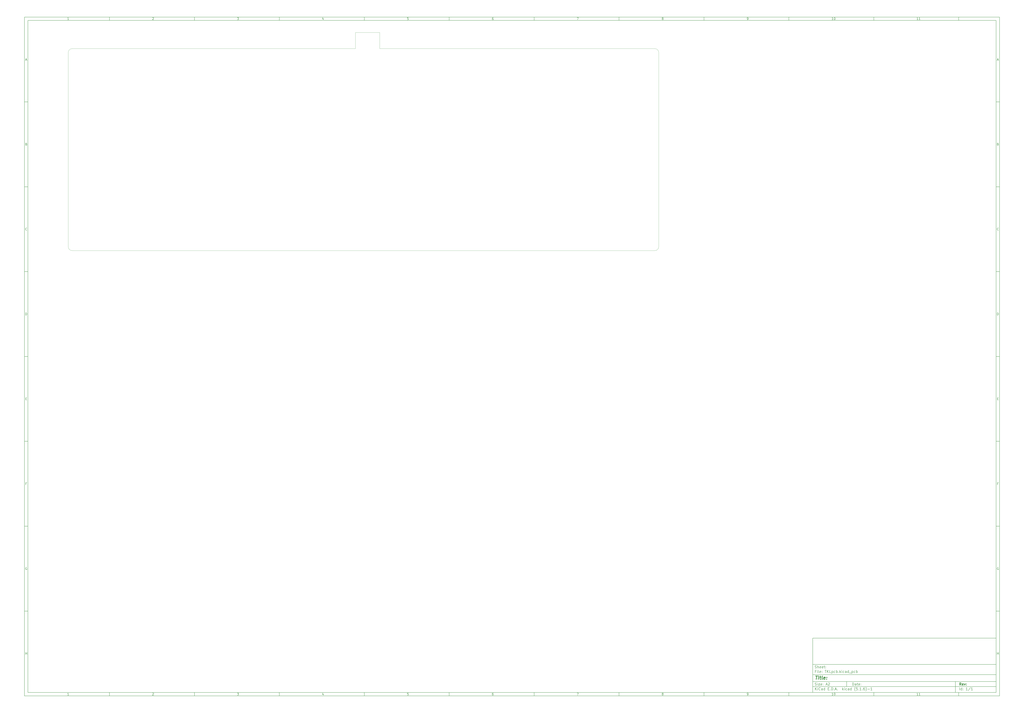
<source format=gbr>
%TF.GenerationSoftware,KiCad,Pcbnew,(5.1.6)-1*%
%TF.CreationDate,2020-07-25T19:19:23-04:00*%
%TF.ProjectId,TKLpcb,544b4c70-6362-42e6-9b69-6361645f7063,rev?*%
%TF.SameCoordinates,Original*%
%TF.FileFunction,Profile,NP*%
%FSLAX46Y46*%
G04 Gerber Fmt 4.6, Leading zero omitted, Abs format (unit mm)*
G04 Created by KiCad (PCBNEW (5.1.6)-1) date 2020-07-25 19:19:23*
%MOMM*%
%LPD*%
G01*
G04 APERTURE LIST*
%ADD10C,0.100000*%
%ADD11C,0.150000*%
%ADD12C,0.300000*%
%ADD13C,0.400000*%
%TA.AperFunction,Profile*%
%ADD14C,0.050000*%
%TD*%
G04 APERTURE END LIST*
D10*
D11*
X474004400Y-375989000D02*
X474004400Y-407989000D01*
X582004400Y-407989000D01*
X582004400Y-375989000D01*
X474004400Y-375989000D01*
D10*
D11*
X10000000Y-10000000D02*
X10000000Y-409989000D01*
X584004400Y-409989000D01*
X584004400Y-10000000D01*
X10000000Y-10000000D01*
D10*
D11*
X12000000Y-12000000D02*
X12000000Y-407989000D01*
X582004400Y-407989000D01*
X582004400Y-12000000D01*
X12000000Y-12000000D01*
D10*
D11*
X60000000Y-12000000D02*
X60000000Y-10000000D01*
D10*
D11*
X110000000Y-12000000D02*
X110000000Y-10000000D01*
D10*
D11*
X160000000Y-12000000D02*
X160000000Y-10000000D01*
D10*
D11*
X210000000Y-12000000D02*
X210000000Y-10000000D01*
D10*
D11*
X260000000Y-12000000D02*
X260000000Y-10000000D01*
D10*
D11*
X310000000Y-12000000D02*
X310000000Y-10000000D01*
D10*
D11*
X360000000Y-12000000D02*
X360000000Y-10000000D01*
D10*
D11*
X410000000Y-12000000D02*
X410000000Y-10000000D01*
D10*
D11*
X460000000Y-12000000D02*
X460000000Y-10000000D01*
D10*
D11*
X510000000Y-12000000D02*
X510000000Y-10000000D01*
D10*
D11*
X560000000Y-12000000D02*
X560000000Y-10000000D01*
D10*
D11*
X36065476Y-11588095D02*
X35322619Y-11588095D01*
X35694047Y-11588095D02*
X35694047Y-10288095D01*
X35570238Y-10473809D01*
X35446428Y-10597619D01*
X35322619Y-10659523D01*
D10*
D11*
X85322619Y-10411904D02*
X85384523Y-10350000D01*
X85508333Y-10288095D01*
X85817857Y-10288095D01*
X85941666Y-10350000D01*
X86003571Y-10411904D01*
X86065476Y-10535714D01*
X86065476Y-10659523D01*
X86003571Y-10845238D01*
X85260714Y-11588095D01*
X86065476Y-11588095D01*
D10*
D11*
X135260714Y-10288095D02*
X136065476Y-10288095D01*
X135632142Y-10783333D01*
X135817857Y-10783333D01*
X135941666Y-10845238D01*
X136003571Y-10907142D01*
X136065476Y-11030952D01*
X136065476Y-11340476D01*
X136003571Y-11464285D01*
X135941666Y-11526190D01*
X135817857Y-11588095D01*
X135446428Y-11588095D01*
X135322619Y-11526190D01*
X135260714Y-11464285D01*
D10*
D11*
X185941666Y-10721428D02*
X185941666Y-11588095D01*
X185632142Y-10226190D02*
X185322619Y-11154761D01*
X186127380Y-11154761D01*
D10*
D11*
X236003571Y-10288095D02*
X235384523Y-10288095D01*
X235322619Y-10907142D01*
X235384523Y-10845238D01*
X235508333Y-10783333D01*
X235817857Y-10783333D01*
X235941666Y-10845238D01*
X236003571Y-10907142D01*
X236065476Y-11030952D01*
X236065476Y-11340476D01*
X236003571Y-11464285D01*
X235941666Y-11526190D01*
X235817857Y-11588095D01*
X235508333Y-11588095D01*
X235384523Y-11526190D01*
X235322619Y-11464285D01*
D10*
D11*
X285941666Y-10288095D02*
X285694047Y-10288095D01*
X285570238Y-10350000D01*
X285508333Y-10411904D01*
X285384523Y-10597619D01*
X285322619Y-10845238D01*
X285322619Y-11340476D01*
X285384523Y-11464285D01*
X285446428Y-11526190D01*
X285570238Y-11588095D01*
X285817857Y-11588095D01*
X285941666Y-11526190D01*
X286003571Y-11464285D01*
X286065476Y-11340476D01*
X286065476Y-11030952D01*
X286003571Y-10907142D01*
X285941666Y-10845238D01*
X285817857Y-10783333D01*
X285570238Y-10783333D01*
X285446428Y-10845238D01*
X285384523Y-10907142D01*
X285322619Y-11030952D01*
D10*
D11*
X335260714Y-10288095D02*
X336127380Y-10288095D01*
X335570238Y-11588095D01*
D10*
D11*
X385570238Y-10845238D02*
X385446428Y-10783333D01*
X385384523Y-10721428D01*
X385322619Y-10597619D01*
X385322619Y-10535714D01*
X385384523Y-10411904D01*
X385446428Y-10350000D01*
X385570238Y-10288095D01*
X385817857Y-10288095D01*
X385941666Y-10350000D01*
X386003571Y-10411904D01*
X386065476Y-10535714D01*
X386065476Y-10597619D01*
X386003571Y-10721428D01*
X385941666Y-10783333D01*
X385817857Y-10845238D01*
X385570238Y-10845238D01*
X385446428Y-10907142D01*
X385384523Y-10969047D01*
X385322619Y-11092857D01*
X385322619Y-11340476D01*
X385384523Y-11464285D01*
X385446428Y-11526190D01*
X385570238Y-11588095D01*
X385817857Y-11588095D01*
X385941666Y-11526190D01*
X386003571Y-11464285D01*
X386065476Y-11340476D01*
X386065476Y-11092857D01*
X386003571Y-10969047D01*
X385941666Y-10907142D01*
X385817857Y-10845238D01*
D10*
D11*
X435446428Y-11588095D02*
X435694047Y-11588095D01*
X435817857Y-11526190D01*
X435879761Y-11464285D01*
X436003571Y-11278571D01*
X436065476Y-11030952D01*
X436065476Y-10535714D01*
X436003571Y-10411904D01*
X435941666Y-10350000D01*
X435817857Y-10288095D01*
X435570238Y-10288095D01*
X435446428Y-10350000D01*
X435384523Y-10411904D01*
X435322619Y-10535714D01*
X435322619Y-10845238D01*
X435384523Y-10969047D01*
X435446428Y-11030952D01*
X435570238Y-11092857D01*
X435817857Y-11092857D01*
X435941666Y-11030952D01*
X436003571Y-10969047D01*
X436065476Y-10845238D01*
D10*
D11*
X486065476Y-11588095D02*
X485322619Y-11588095D01*
X485694047Y-11588095D02*
X485694047Y-10288095D01*
X485570238Y-10473809D01*
X485446428Y-10597619D01*
X485322619Y-10659523D01*
X486870238Y-10288095D02*
X486994047Y-10288095D01*
X487117857Y-10350000D01*
X487179761Y-10411904D01*
X487241666Y-10535714D01*
X487303571Y-10783333D01*
X487303571Y-11092857D01*
X487241666Y-11340476D01*
X487179761Y-11464285D01*
X487117857Y-11526190D01*
X486994047Y-11588095D01*
X486870238Y-11588095D01*
X486746428Y-11526190D01*
X486684523Y-11464285D01*
X486622619Y-11340476D01*
X486560714Y-11092857D01*
X486560714Y-10783333D01*
X486622619Y-10535714D01*
X486684523Y-10411904D01*
X486746428Y-10350000D01*
X486870238Y-10288095D01*
D10*
D11*
X536065476Y-11588095D02*
X535322619Y-11588095D01*
X535694047Y-11588095D02*
X535694047Y-10288095D01*
X535570238Y-10473809D01*
X535446428Y-10597619D01*
X535322619Y-10659523D01*
X537303571Y-11588095D02*
X536560714Y-11588095D01*
X536932142Y-11588095D02*
X536932142Y-10288095D01*
X536808333Y-10473809D01*
X536684523Y-10597619D01*
X536560714Y-10659523D01*
D10*
D11*
X60000000Y-407989000D02*
X60000000Y-409989000D01*
D10*
D11*
X110000000Y-407989000D02*
X110000000Y-409989000D01*
D10*
D11*
X160000000Y-407989000D02*
X160000000Y-409989000D01*
D10*
D11*
X210000000Y-407989000D02*
X210000000Y-409989000D01*
D10*
D11*
X260000000Y-407989000D02*
X260000000Y-409989000D01*
D10*
D11*
X310000000Y-407989000D02*
X310000000Y-409989000D01*
D10*
D11*
X360000000Y-407989000D02*
X360000000Y-409989000D01*
D10*
D11*
X410000000Y-407989000D02*
X410000000Y-409989000D01*
D10*
D11*
X460000000Y-407989000D02*
X460000000Y-409989000D01*
D10*
D11*
X510000000Y-407989000D02*
X510000000Y-409989000D01*
D10*
D11*
X560000000Y-407989000D02*
X560000000Y-409989000D01*
D10*
D11*
X36065476Y-409577095D02*
X35322619Y-409577095D01*
X35694047Y-409577095D02*
X35694047Y-408277095D01*
X35570238Y-408462809D01*
X35446428Y-408586619D01*
X35322619Y-408648523D01*
D10*
D11*
X85322619Y-408400904D02*
X85384523Y-408339000D01*
X85508333Y-408277095D01*
X85817857Y-408277095D01*
X85941666Y-408339000D01*
X86003571Y-408400904D01*
X86065476Y-408524714D01*
X86065476Y-408648523D01*
X86003571Y-408834238D01*
X85260714Y-409577095D01*
X86065476Y-409577095D01*
D10*
D11*
X135260714Y-408277095D02*
X136065476Y-408277095D01*
X135632142Y-408772333D01*
X135817857Y-408772333D01*
X135941666Y-408834238D01*
X136003571Y-408896142D01*
X136065476Y-409019952D01*
X136065476Y-409329476D01*
X136003571Y-409453285D01*
X135941666Y-409515190D01*
X135817857Y-409577095D01*
X135446428Y-409577095D01*
X135322619Y-409515190D01*
X135260714Y-409453285D01*
D10*
D11*
X185941666Y-408710428D02*
X185941666Y-409577095D01*
X185632142Y-408215190D02*
X185322619Y-409143761D01*
X186127380Y-409143761D01*
D10*
D11*
X236003571Y-408277095D02*
X235384523Y-408277095D01*
X235322619Y-408896142D01*
X235384523Y-408834238D01*
X235508333Y-408772333D01*
X235817857Y-408772333D01*
X235941666Y-408834238D01*
X236003571Y-408896142D01*
X236065476Y-409019952D01*
X236065476Y-409329476D01*
X236003571Y-409453285D01*
X235941666Y-409515190D01*
X235817857Y-409577095D01*
X235508333Y-409577095D01*
X235384523Y-409515190D01*
X235322619Y-409453285D01*
D10*
D11*
X285941666Y-408277095D02*
X285694047Y-408277095D01*
X285570238Y-408339000D01*
X285508333Y-408400904D01*
X285384523Y-408586619D01*
X285322619Y-408834238D01*
X285322619Y-409329476D01*
X285384523Y-409453285D01*
X285446428Y-409515190D01*
X285570238Y-409577095D01*
X285817857Y-409577095D01*
X285941666Y-409515190D01*
X286003571Y-409453285D01*
X286065476Y-409329476D01*
X286065476Y-409019952D01*
X286003571Y-408896142D01*
X285941666Y-408834238D01*
X285817857Y-408772333D01*
X285570238Y-408772333D01*
X285446428Y-408834238D01*
X285384523Y-408896142D01*
X285322619Y-409019952D01*
D10*
D11*
X335260714Y-408277095D02*
X336127380Y-408277095D01*
X335570238Y-409577095D01*
D10*
D11*
X385570238Y-408834238D02*
X385446428Y-408772333D01*
X385384523Y-408710428D01*
X385322619Y-408586619D01*
X385322619Y-408524714D01*
X385384523Y-408400904D01*
X385446428Y-408339000D01*
X385570238Y-408277095D01*
X385817857Y-408277095D01*
X385941666Y-408339000D01*
X386003571Y-408400904D01*
X386065476Y-408524714D01*
X386065476Y-408586619D01*
X386003571Y-408710428D01*
X385941666Y-408772333D01*
X385817857Y-408834238D01*
X385570238Y-408834238D01*
X385446428Y-408896142D01*
X385384523Y-408958047D01*
X385322619Y-409081857D01*
X385322619Y-409329476D01*
X385384523Y-409453285D01*
X385446428Y-409515190D01*
X385570238Y-409577095D01*
X385817857Y-409577095D01*
X385941666Y-409515190D01*
X386003571Y-409453285D01*
X386065476Y-409329476D01*
X386065476Y-409081857D01*
X386003571Y-408958047D01*
X385941666Y-408896142D01*
X385817857Y-408834238D01*
D10*
D11*
X435446428Y-409577095D02*
X435694047Y-409577095D01*
X435817857Y-409515190D01*
X435879761Y-409453285D01*
X436003571Y-409267571D01*
X436065476Y-409019952D01*
X436065476Y-408524714D01*
X436003571Y-408400904D01*
X435941666Y-408339000D01*
X435817857Y-408277095D01*
X435570238Y-408277095D01*
X435446428Y-408339000D01*
X435384523Y-408400904D01*
X435322619Y-408524714D01*
X435322619Y-408834238D01*
X435384523Y-408958047D01*
X435446428Y-409019952D01*
X435570238Y-409081857D01*
X435817857Y-409081857D01*
X435941666Y-409019952D01*
X436003571Y-408958047D01*
X436065476Y-408834238D01*
D10*
D11*
X486065476Y-409577095D02*
X485322619Y-409577095D01*
X485694047Y-409577095D02*
X485694047Y-408277095D01*
X485570238Y-408462809D01*
X485446428Y-408586619D01*
X485322619Y-408648523D01*
X486870238Y-408277095D02*
X486994047Y-408277095D01*
X487117857Y-408339000D01*
X487179761Y-408400904D01*
X487241666Y-408524714D01*
X487303571Y-408772333D01*
X487303571Y-409081857D01*
X487241666Y-409329476D01*
X487179761Y-409453285D01*
X487117857Y-409515190D01*
X486994047Y-409577095D01*
X486870238Y-409577095D01*
X486746428Y-409515190D01*
X486684523Y-409453285D01*
X486622619Y-409329476D01*
X486560714Y-409081857D01*
X486560714Y-408772333D01*
X486622619Y-408524714D01*
X486684523Y-408400904D01*
X486746428Y-408339000D01*
X486870238Y-408277095D01*
D10*
D11*
X536065476Y-409577095D02*
X535322619Y-409577095D01*
X535694047Y-409577095D02*
X535694047Y-408277095D01*
X535570238Y-408462809D01*
X535446428Y-408586619D01*
X535322619Y-408648523D01*
X537303571Y-409577095D02*
X536560714Y-409577095D01*
X536932142Y-409577095D02*
X536932142Y-408277095D01*
X536808333Y-408462809D01*
X536684523Y-408586619D01*
X536560714Y-408648523D01*
D10*
D11*
X10000000Y-60000000D02*
X12000000Y-60000000D01*
D10*
D11*
X10000000Y-110000000D02*
X12000000Y-110000000D01*
D10*
D11*
X10000000Y-160000000D02*
X12000000Y-160000000D01*
D10*
D11*
X10000000Y-210000000D02*
X12000000Y-210000000D01*
D10*
D11*
X10000000Y-260000000D02*
X12000000Y-260000000D01*
D10*
D11*
X10000000Y-310000000D02*
X12000000Y-310000000D01*
D10*
D11*
X10000000Y-360000000D02*
X12000000Y-360000000D01*
D10*
D11*
X10690476Y-35216666D02*
X11309523Y-35216666D01*
X10566666Y-35588095D02*
X11000000Y-34288095D01*
X11433333Y-35588095D01*
D10*
D11*
X11092857Y-84907142D02*
X11278571Y-84969047D01*
X11340476Y-85030952D01*
X11402380Y-85154761D01*
X11402380Y-85340476D01*
X11340476Y-85464285D01*
X11278571Y-85526190D01*
X11154761Y-85588095D01*
X10659523Y-85588095D01*
X10659523Y-84288095D01*
X11092857Y-84288095D01*
X11216666Y-84350000D01*
X11278571Y-84411904D01*
X11340476Y-84535714D01*
X11340476Y-84659523D01*
X11278571Y-84783333D01*
X11216666Y-84845238D01*
X11092857Y-84907142D01*
X10659523Y-84907142D01*
D10*
D11*
X11402380Y-135464285D02*
X11340476Y-135526190D01*
X11154761Y-135588095D01*
X11030952Y-135588095D01*
X10845238Y-135526190D01*
X10721428Y-135402380D01*
X10659523Y-135278571D01*
X10597619Y-135030952D01*
X10597619Y-134845238D01*
X10659523Y-134597619D01*
X10721428Y-134473809D01*
X10845238Y-134350000D01*
X11030952Y-134288095D01*
X11154761Y-134288095D01*
X11340476Y-134350000D01*
X11402380Y-134411904D01*
D10*
D11*
X10659523Y-185588095D02*
X10659523Y-184288095D01*
X10969047Y-184288095D01*
X11154761Y-184350000D01*
X11278571Y-184473809D01*
X11340476Y-184597619D01*
X11402380Y-184845238D01*
X11402380Y-185030952D01*
X11340476Y-185278571D01*
X11278571Y-185402380D01*
X11154761Y-185526190D01*
X10969047Y-185588095D01*
X10659523Y-185588095D01*
D10*
D11*
X10721428Y-234907142D02*
X11154761Y-234907142D01*
X11340476Y-235588095D02*
X10721428Y-235588095D01*
X10721428Y-234288095D01*
X11340476Y-234288095D01*
D10*
D11*
X11185714Y-284907142D02*
X10752380Y-284907142D01*
X10752380Y-285588095D02*
X10752380Y-284288095D01*
X11371428Y-284288095D01*
D10*
D11*
X11340476Y-334350000D02*
X11216666Y-334288095D01*
X11030952Y-334288095D01*
X10845238Y-334350000D01*
X10721428Y-334473809D01*
X10659523Y-334597619D01*
X10597619Y-334845238D01*
X10597619Y-335030952D01*
X10659523Y-335278571D01*
X10721428Y-335402380D01*
X10845238Y-335526190D01*
X11030952Y-335588095D01*
X11154761Y-335588095D01*
X11340476Y-335526190D01*
X11402380Y-335464285D01*
X11402380Y-335030952D01*
X11154761Y-335030952D01*
D10*
D11*
X10628571Y-385588095D02*
X10628571Y-384288095D01*
X10628571Y-384907142D02*
X11371428Y-384907142D01*
X11371428Y-385588095D02*
X11371428Y-384288095D01*
D10*
D11*
X584004400Y-60000000D02*
X582004400Y-60000000D01*
D10*
D11*
X584004400Y-110000000D02*
X582004400Y-110000000D01*
D10*
D11*
X584004400Y-160000000D02*
X582004400Y-160000000D01*
D10*
D11*
X584004400Y-210000000D02*
X582004400Y-210000000D01*
D10*
D11*
X584004400Y-260000000D02*
X582004400Y-260000000D01*
D10*
D11*
X584004400Y-310000000D02*
X582004400Y-310000000D01*
D10*
D11*
X584004400Y-360000000D02*
X582004400Y-360000000D01*
D10*
D11*
X582694876Y-35216666D02*
X583313923Y-35216666D01*
X582571066Y-35588095D02*
X583004400Y-34288095D01*
X583437733Y-35588095D01*
D10*
D11*
X583097257Y-84907142D02*
X583282971Y-84969047D01*
X583344876Y-85030952D01*
X583406780Y-85154761D01*
X583406780Y-85340476D01*
X583344876Y-85464285D01*
X583282971Y-85526190D01*
X583159161Y-85588095D01*
X582663923Y-85588095D01*
X582663923Y-84288095D01*
X583097257Y-84288095D01*
X583221066Y-84350000D01*
X583282971Y-84411904D01*
X583344876Y-84535714D01*
X583344876Y-84659523D01*
X583282971Y-84783333D01*
X583221066Y-84845238D01*
X583097257Y-84907142D01*
X582663923Y-84907142D01*
D10*
D11*
X583406780Y-135464285D02*
X583344876Y-135526190D01*
X583159161Y-135588095D01*
X583035352Y-135588095D01*
X582849638Y-135526190D01*
X582725828Y-135402380D01*
X582663923Y-135278571D01*
X582602019Y-135030952D01*
X582602019Y-134845238D01*
X582663923Y-134597619D01*
X582725828Y-134473809D01*
X582849638Y-134350000D01*
X583035352Y-134288095D01*
X583159161Y-134288095D01*
X583344876Y-134350000D01*
X583406780Y-134411904D01*
D10*
D11*
X582663923Y-185588095D02*
X582663923Y-184288095D01*
X582973447Y-184288095D01*
X583159161Y-184350000D01*
X583282971Y-184473809D01*
X583344876Y-184597619D01*
X583406780Y-184845238D01*
X583406780Y-185030952D01*
X583344876Y-185278571D01*
X583282971Y-185402380D01*
X583159161Y-185526190D01*
X582973447Y-185588095D01*
X582663923Y-185588095D01*
D10*
D11*
X582725828Y-234907142D02*
X583159161Y-234907142D01*
X583344876Y-235588095D02*
X582725828Y-235588095D01*
X582725828Y-234288095D01*
X583344876Y-234288095D01*
D10*
D11*
X583190114Y-284907142D02*
X582756780Y-284907142D01*
X582756780Y-285588095D02*
X582756780Y-284288095D01*
X583375828Y-284288095D01*
D10*
D11*
X583344876Y-334350000D02*
X583221066Y-334288095D01*
X583035352Y-334288095D01*
X582849638Y-334350000D01*
X582725828Y-334473809D01*
X582663923Y-334597619D01*
X582602019Y-334845238D01*
X582602019Y-335030952D01*
X582663923Y-335278571D01*
X582725828Y-335402380D01*
X582849638Y-335526190D01*
X583035352Y-335588095D01*
X583159161Y-335588095D01*
X583344876Y-335526190D01*
X583406780Y-335464285D01*
X583406780Y-335030952D01*
X583159161Y-335030952D01*
D10*
D11*
X582632971Y-385588095D02*
X582632971Y-384288095D01*
X582632971Y-384907142D02*
X583375828Y-384907142D01*
X583375828Y-385588095D02*
X583375828Y-384288095D01*
D10*
D11*
X497436542Y-403767571D02*
X497436542Y-402267571D01*
X497793685Y-402267571D01*
X498007971Y-402339000D01*
X498150828Y-402481857D01*
X498222257Y-402624714D01*
X498293685Y-402910428D01*
X498293685Y-403124714D01*
X498222257Y-403410428D01*
X498150828Y-403553285D01*
X498007971Y-403696142D01*
X497793685Y-403767571D01*
X497436542Y-403767571D01*
X499579400Y-403767571D02*
X499579400Y-402981857D01*
X499507971Y-402839000D01*
X499365114Y-402767571D01*
X499079400Y-402767571D01*
X498936542Y-402839000D01*
X499579400Y-403696142D02*
X499436542Y-403767571D01*
X499079400Y-403767571D01*
X498936542Y-403696142D01*
X498865114Y-403553285D01*
X498865114Y-403410428D01*
X498936542Y-403267571D01*
X499079400Y-403196142D01*
X499436542Y-403196142D01*
X499579400Y-403124714D01*
X500079400Y-402767571D02*
X500650828Y-402767571D01*
X500293685Y-402267571D02*
X500293685Y-403553285D01*
X500365114Y-403696142D01*
X500507971Y-403767571D01*
X500650828Y-403767571D01*
X501722257Y-403696142D02*
X501579400Y-403767571D01*
X501293685Y-403767571D01*
X501150828Y-403696142D01*
X501079400Y-403553285D01*
X501079400Y-402981857D01*
X501150828Y-402839000D01*
X501293685Y-402767571D01*
X501579400Y-402767571D01*
X501722257Y-402839000D01*
X501793685Y-402981857D01*
X501793685Y-403124714D01*
X501079400Y-403267571D01*
X502436542Y-403624714D02*
X502507971Y-403696142D01*
X502436542Y-403767571D01*
X502365114Y-403696142D01*
X502436542Y-403624714D01*
X502436542Y-403767571D01*
X502436542Y-402839000D02*
X502507971Y-402910428D01*
X502436542Y-402981857D01*
X502365114Y-402910428D01*
X502436542Y-402839000D01*
X502436542Y-402981857D01*
D10*
D11*
X474004400Y-404489000D02*
X582004400Y-404489000D01*
D10*
D11*
X475436542Y-406567571D02*
X475436542Y-405067571D01*
X476293685Y-406567571D02*
X475650828Y-405710428D01*
X476293685Y-405067571D02*
X475436542Y-405924714D01*
X476936542Y-406567571D02*
X476936542Y-405567571D01*
X476936542Y-405067571D02*
X476865114Y-405139000D01*
X476936542Y-405210428D01*
X477007971Y-405139000D01*
X476936542Y-405067571D01*
X476936542Y-405210428D01*
X478507971Y-406424714D02*
X478436542Y-406496142D01*
X478222257Y-406567571D01*
X478079400Y-406567571D01*
X477865114Y-406496142D01*
X477722257Y-406353285D01*
X477650828Y-406210428D01*
X477579400Y-405924714D01*
X477579400Y-405710428D01*
X477650828Y-405424714D01*
X477722257Y-405281857D01*
X477865114Y-405139000D01*
X478079400Y-405067571D01*
X478222257Y-405067571D01*
X478436542Y-405139000D01*
X478507971Y-405210428D01*
X479793685Y-406567571D02*
X479793685Y-405781857D01*
X479722257Y-405639000D01*
X479579400Y-405567571D01*
X479293685Y-405567571D01*
X479150828Y-405639000D01*
X479793685Y-406496142D02*
X479650828Y-406567571D01*
X479293685Y-406567571D01*
X479150828Y-406496142D01*
X479079400Y-406353285D01*
X479079400Y-406210428D01*
X479150828Y-406067571D01*
X479293685Y-405996142D01*
X479650828Y-405996142D01*
X479793685Y-405924714D01*
X481150828Y-406567571D02*
X481150828Y-405067571D01*
X481150828Y-406496142D02*
X481007971Y-406567571D01*
X480722257Y-406567571D01*
X480579400Y-406496142D01*
X480507971Y-406424714D01*
X480436542Y-406281857D01*
X480436542Y-405853285D01*
X480507971Y-405710428D01*
X480579400Y-405639000D01*
X480722257Y-405567571D01*
X481007971Y-405567571D01*
X481150828Y-405639000D01*
X483007971Y-405781857D02*
X483507971Y-405781857D01*
X483722257Y-406567571D02*
X483007971Y-406567571D01*
X483007971Y-405067571D01*
X483722257Y-405067571D01*
X484365114Y-406424714D02*
X484436542Y-406496142D01*
X484365114Y-406567571D01*
X484293685Y-406496142D01*
X484365114Y-406424714D01*
X484365114Y-406567571D01*
X485079400Y-406567571D02*
X485079400Y-405067571D01*
X485436542Y-405067571D01*
X485650828Y-405139000D01*
X485793685Y-405281857D01*
X485865114Y-405424714D01*
X485936542Y-405710428D01*
X485936542Y-405924714D01*
X485865114Y-406210428D01*
X485793685Y-406353285D01*
X485650828Y-406496142D01*
X485436542Y-406567571D01*
X485079400Y-406567571D01*
X486579400Y-406424714D02*
X486650828Y-406496142D01*
X486579400Y-406567571D01*
X486507971Y-406496142D01*
X486579400Y-406424714D01*
X486579400Y-406567571D01*
X487222257Y-406139000D02*
X487936542Y-406139000D01*
X487079400Y-406567571D02*
X487579400Y-405067571D01*
X488079400Y-406567571D01*
X488579400Y-406424714D02*
X488650828Y-406496142D01*
X488579400Y-406567571D01*
X488507971Y-406496142D01*
X488579400Y-406424714D01*
X488579400Y-406567571D01*
X491579400Y-406567571D02*
X491579400Y-405067571D01*
X491722257Y-405996142D02*
X492150828Y-406567571D01*
X492150828Y-405567571D02*
X491579400Y-406139000D01*
X492793685Y-406567571D02*
X492793685Y-405567571D01*
X492793685Y-405067571D02*
X492722257Y-405139000D01*
X492793685Y-405210428D01*
X492865114Y-405139000D01*
X492793685Y-405067571D01*
X492793685Y-405210428D01*
X494150828Y-406496142D02*
X494007971Y-406567571D01*
X493722257Y-406567571D01*
X493579400Y-406496142D01*
X493507971Y-406424714D01*
X493436542Y-406281857D01*
X493436542Y-405853285D01*
X493507971Y-405710428D01*
X493579400Y-405639000D01*
X493722257Y-405567571D01*
X494007971Y-405567571D01*
X494150828Y-405639000D01*
X495436542Y-406567571D02*
X495436542Y-405781857D01*
X495365114Y-405639000D01*
X495222257Y-405567571D01*
X494936542Y-405567571D01*
X494793685Y-405639000D01*
X495436542Y-406496142D02*
X495293685Y-406567571D01*
X494936542Y-406567571D01*
X494793685Y-406496142D01*
X494722257Y-406353285D01*
X494722257Y-406210428D01*
X494793685Y-406067571D01*
X494936542Y-405996142D01*
X495293685Y-405996142D01*
X495436542Y-405924714D01*
X496793685Y-406567571D02*
X496793685Y-405067571D01*
X496793685Y-406496142D02*
X496650828Y-406567571D01*
X496365114Y-406567571D01*
X496222257Y-406496142D01*
X496150828Y-406424714D01*
X496079400Y-406281857D01*
X496079400Y-405853285D01*
X496150828Y-405710428D01*
X496222257Y-405639000D01*
X496365114Y-405567571D01*
X496650828Y-405567571D01*
X496793685Y-405639000D01*
X499079400Y-407139000D02*
X499007971Y-407067571D01*
X498865114Y-406853285D01*
X498793685Y-406710428D01*
X498722257Y-406496142D01*
X498650828Y-406139000D01*
X498650828Y-405853285D01*
X498722257Y-405496142D01*
X498793685Y-405281857D01*
X498865114Y-405139000D01*
X499007971Y-404924714D01*
X499079400Y-404853285D01*
X500365114Y-405067571D02*
X499650828Y-405067571D01*
X499579400Y-405781857D01*
X499650828Y-405710428D01*
X499793685Y-405639000D01*
X500150828Y-405639000D01*
X500293685Y-405710428D01*
X500365114Y-405781857D01*
X500436542Y-405924714D01*
X500436542Y-406281857D01*
X500365114Y-406424714D01*
X500293685Y-406496142D01*
X500150828Y-406567571D01*
X499793685Y-406567571D01*
X499650828Y-406496142D01*
X499579400Y-406424714D01*
X501079400Y-406424714D02*
X501150828Y-406496142D01*
X501079400Y-406567571D01*
X501007971Y-406496142D01*
X501079400Y-406424714D01*
X501079400Y-406567571D01*
X502579400Y-406567571D02*
X501722257Y-406567571D01*
X502150828Y-406567571D02*
X502150828Y-405067571D01*
X502007971Y-405281857D01*
X501865114Y-405424714D01*
X501722257Y-405496142D01*
X503222257Y-406424714D02*
X503293685Y-406496142D01*
X503222257Y-406567571D01*
X503150828Y-406496142D01*
X503222257Y-406424714D01*
X503222257Y-406567571D01*
X504579400Y-405067571D02*
X504293685Y-405067571D01*
X504150828Y-405139000D01*
X504079400Y-405210428D01*
X503936542Y-405424714D01*
X503865114Y-405710428D01*
X503865114Y-406281857D01*
X503936542Y-406424714D01*
X504007971Y-406496142D01*
X504150828Y-406567571D01*
X504436542Y-406567571D01*
X504579400Y-406496142D01*
X504650828Y-406424714D01*
X504722257Y-406281857D01*
X504722257Y-405924714D01*
X504650828Y-405781857D01*
X504579400Y-405710428D01*
X504436542Y-405639000D01*
X504150828Y-405639000D01*
X504007971Y-405710428D01*
X503936542Y-405781857D01*
X503865114Y-405924714D01*
X505222257Y-407139000D02*
X505293685Y-407067571D01*
X505436542Y-406853285D01*
X505507971Y-406710428D01*
X505579400Y-406496142D01*
X505650828Y-406139000D01*
X505650828Y-405853285D01*
X505579400Y-405496142D01*
X505507971Y-405281857D01*
X505436542Y-405139000D01*
X505293685Y-404924714D01*
X505222257Y-404853285D01*
X506365114Y-405996142D02*
X507507971Y-405996142D01*
X509007971Y-406567571D02*
X508150828Y-406567571D01*
X508579400Y-406567571D02*
X508579400Y-405067571D01*
X508436542Y-405281857D01*
X508293685Y-405424714D01*
X508150828Y-405496142D01*
D10*
D11*
X474004400Y-401489000D02*
X582004400Y-401489000D01*
D10*
D12*
X561413685Y-403767571D02*
X560913685Y-403053285D01*
X560556542Y-403767571D02*
X560556542Y-402267571D01*
X561127971Y-402267571D01*
X561270828Y-402339000D01*
X561342257Y-402410428D01*
X561413685Y-402553285D01*
X561413685Y-402767571D01*
X561342257Y-402910428D01*
X561270828Y-402981857D01*
X561127971Y-403053285D01*
X560556542Y-403053285D01*
X562627971Y-403696142D02*
X562485114Y-403767571D01*
X562199400Y-403767571D01*
X562056542Y-403696142D01*
X561985114Y-403553285D01*
X561985114Y-402981857D01*
X562056542Y-402839000D01*
X562199400Y-402767571D01*
X562485114Y-402767571D01*
X562627971Y-402839000D01*
X562699400Y-402981857D01*
X562699400Y-403124714D01*
X561985114Y-403267571D01*
X563199400Y-402767571D02*
X563556542Y-403767571D01*
X563913685Y-402767571D01*
X564485114Y-403624714D02*
X564556542Y-403696142D01*
X564485114Y-403767571D01*
X564413685Y-403696142D01*
X564485114Y-403624714D01*
X564485114Y-403767571D01*
X564485114Y-402839000D02*
X564556542Y-402910428D01*
X564485114Y-402981857D01*
X564413685Y-402910428D01*
X564485114Y-402839000D01*
X564485114Y-402981857D01*
D10*
D11*
X475365114Y-403696142D02*
X475579400Y-403767571D01*
X475936542Y-403767571D01*
X476079400Y-403696142D01*
X476150828Y-403624714D01*
X476222257Y-403481857D01*
X476222257Y-403339000D01*
X476150828Y-403196142D01*
X476079400Y-403124714D01*
X475936542Y-403053285D01*
X475650828Y-402981857D01*
X475507971Y-402910428D01*
X475436542Y-402839000D01*
X475365114Y-402696142D01*
X475365114Y-402553285D01*
X475436542Y-402410428D01*
X475507971Y-402339000D01*
X475650828Y-402267571D01*
X476007971Y-402267571D01*
X476222257Y-402339000D01*
X476865114Y-403767571D02*
X476865114Y-402767571D01*
X476865114Y-402267571D02*
X476793685Y-402339000D01*
X476865114Y-402410428D01*
X476936542Y-402339000D01*
X476865114Y-402267571D01*
X476865114Y-402410428D01*
X477436542Y-402767571D02*
X478222257Y-402767571D01*
X477436542Y-403767571D01*
X478222257Y-403767571D01*
X479365114Y-403696142D02*
X479222257Y-403767571D01*
X478936542Y-403767571D01*
X478793685Y-403696142D01*
X478722257Y-403553285D01*
X478722257Y-402981857D01*
X478793685Y-402839000D01*
X478936542Y-402767571D01*
X479222257Y-402767571D01*
X479365114Y-402839000D01*
X479436542Y-402981857D01*
X479436542Y-403124714D01*
X478722257Y-403267571D01*
X480079400Y-403624714D02*
X480150828Y-403696142D01*
X480079400Y-403767571D01*
X480007971Y-403696142D01*
X480079400Y-403624714D01*
X480079400Y-403767571D01*
X480079400Y-402839000D02*
X480150828Y-402910428D01*
X480079400Y-402981857D01*
X480007971Y-402910428D01*
X480079400Y-402839000D01*
X480079400Y-402981857D01*
X481865114Y-403339000D02*
X482579400Y-403339000D01*
X481722257Y-403767571D02*
X482222257Y-402267571D01*
X482722257Y-403767571D01*
X483150828Y-402410428D02*
X483222257Y-402339000D01*
X483365114Y-402267571D01*
X483722257Y-402267571D01*
X483865114Y-402339000D01*
X483936542Y-402410428D01*
X484007971Y-402553285D01*
X484007971Y-402696142D01*
X483936542Y-402910428D01*
X483079400Y-403767571D01*
X484007971Y-403767571D01*
D10*
D11*
X560436542Y-406567571D02*
X560436542Y-405067571D01*
X561793685Y-406567571D02*
X561793685Y-405067571D01*
X561793685Y-406496142D02*
X561650828Y-406567571D01*
X561365114Y-406567571D01*
X561222257Y-406496142D01*
X561150828Y-406424714D01*
X561079400Y-406281857D01*
X561079400Y-405853285D01*
X561150828Y-405710428D01*
X561222257Y-405639000D01*
X561365114Y-405567571D01*
X561650828Y-405567571D01*
X561793685Y-405639000D01*
X562507971Y-406424714D02*
X562579400Y-406496142D01*
X562507971Y-406567571D01*
X562436542Y-406496142D01*
X562507971Y-406424714D01*
X562507971Y-406567571D01*
X562507971Y-405639000D02*
X562579400Y-405710428D01*
X562507971Y-405781857D01*
X562436542Y-405710428D01*
X562507971Y-405639000D01*
X562507971Y-405781857D01*
X565150828Y-406567571D02*
X564293685Y-406567571D01*
X564722257Y-406567571D02*
X564722257Y-405067571D01*
X564579400Y-405281857D01*
X564436542Y-405424714D01*
X564293685Y-405496142D01*
X566865114Y-404996142D02*
X565579400Y-406924714D01*
X568150828Y-406567571D02*
X567293685Y-406567571D01*
X567722257Y-406567571D02*
X567722257Y-405067571D01*
X567579400Y-405281857D01*
X567436542Y-405424714D01*
X567293685Y-405496142D01*
D10*
D11*
X474004400Y-397489000D02*
X582004400Y-397489000D01*
D10*
D13*
X475716780Y-398193761D02*
X476859638Y-398193761D01*
X476038209Y-400193761D02*
X476288209Y-398193761D01*
X477276304Y-400193761D02*
X477442971Y-398860428D01*
X477526304Y-398193761D02*
X477419161Y-398289000D01*
X477502495Y-398384238D01*
X477609638Y-398289000D01*
X477526304Y-398193761D01*
X477502495Y-398384238D01*
X478109638Y-398860428D02*
X478871542Y-398860428D01*
X478478685Y-398193761D02*
X478264400Y-399908047D01*
X478335828Y-400098523D01*
X478514400Y-400193761D01*
X478704876Y-400193761D01*
X479657257Y-400193761D02*
X479478685Y-400098523D01*
X479407257Y-399908047D01*
X479621542Y-398193761D01*
X481192971Y-400098523D02*
X480990590Y-400193761D01*
X480609638Y-400193761D01*
X480431066Y-400098523D01*
X480359638Y-399908047D01*
X480454876Y-399146142D01*
X480573923Y-398955666D01*
X480776304Y-398860428D01*
X481157257Y-398860428D01*
X481335828Y-398955666D01*
X481407257Y-399146142D01*
X481383447Y-399336619D01*
X480407257Y-399527095D01*
X482157257Y-400003285D02*
X482240590Y-400098523D01*
X482133447Y-400193761D01*
X482050114Y-400098523D01*
X482157257Y-400003285D01*
X482133447Y-400193761D01*
X482288209Y-398955666D02*
X482371542Y-399050904D01*
X482264400Y-399146142D01*
X482181066Y-399050904D01*
X482288209Y-398955666D01*
X482264400Y-399146142D01*
D10*
D11*
X475936542Y-395581857D02*
X475436542Y-395581857D01*
X475436542Y-396367571D02*
X475436542Y-394867571D01*
X476150828Y-394867571D01*
X476722257Y-396367571D02*
X476722257Y-395367571D01*
X476722257Y-394867571D02*
X476650828Y-394939000D01*
X476722257Y-395010428D01*
X476793685Y-394939000D01*
X476722257Y-394867571D01*
X476722257Y-395010428D01*
X477650828Y-396367571D02*
X477507971Y-396296142D01*
X477436542Y-396153285D01*
X477436542Y-394867571D01*
X478793685Y-396296142D02*
X478650828Y-396367571D01*
X478365114Y-396367571D01*
X478222257Y-396296142D01*
X478150828Y-396153285D01*
X478150828Y-395581857D01*
X478222257Y-395439000D01*
X478365114Y-395367571D01*
X478650828Y-395367571D01*
X478793685Y-395439000D01*
X478865114Y-395581857D01*
X478865114Y-395724714D01*
X478150828Y-395867571D01*
X479507971Y-396224714D02*
X479579400Y-396296142D01*
X479507971Y-396367571D01*
X479436542Y-396296142D01*
X479507971Y-396224714D01*
X479507971Y-396367571D01*
X479507971Y-395439000D02*
X479579400Y-395510428D01*
X479507971Y-395581857D01*
X479436542Y-395510428D01*
X479507971Y-395439000D01*
X479507971Y-395581857D01*
X481150828Y-394867571D02*
X482007971Y-394867571D01*
X481579400Y-396367571D02*
X481579400Y-394867571D01*
X482507971Y-396367571D02*
X482507971Y-394867571D01*
X483365114Y-396367571D02*
X482722257Y-395510428D01*
X483365114Y-394867571D02*
X482507971Y-395724714D01*
X484722257Y-396367571D02*
X484007971Y-396367571D01*
X484007971Y-394867571D01*
X485222257Y-395367571D02*
X485222257Y-396867571D01*
X485222257Y-395439000D02*
X485365114Y-395367571D01*
X485650828Y-395367571D01*
X485793685Y-395439000D01*
X485865114Y-395510428D01*
X485936542Y-395653285D01*
X485936542Y-396081857D01*
X485865114Y-396224714D01*
X485793685Y-396296142D01*
X485650828Y-396367571D01*
X485365114Y-396367571D01*
X485222257Y-396296142D01*
X487222257Y-396296142D02*
X487079400Y-396367571D01*
X486793685Y-396367571D01*
X486650828Y-396296142D01*
X486579400Y-396224714D01*
X486507971Y-396081857D01*
X486507971Y-395653285D01*
X486579400Y-395510428D01*
X486650828Y-395439000D01*
X486793685Y-395367571D01*
X487079400Y-395367571D01*
X487222257Y-395439000D01*
X487865114Y-396367571D02*
X487865114Y-394867571D01*
X487865114Y-395439000D02*
X488007971Y-395367571D01*
X488293685Y-395367571D01*
X488436542Y-395439000D01*
X488507971Y-395510428D01*
X488579400Y-395653285D01*
X488579400Y-396081857D01*
X488507971Y-396224714D01*
X488436542Y-396296142D01*
X488293685Y-396367571D01*
X488007971Y-396367571D01*
X487865114Y-396296142D01*
X489222257Y-396224714D02*
X489293685Y-396296142D01*
X489222257Y-396367571D01*
X489150828Y-396296142D01*
X489222257Y-396224714D01*
X489222257Y-396367571D01*
X489936542Y-396367571D02*
X489936542Y-394867571D01*
X490079400Y-395796142D02*
X490507971Y-396367571D01*
X490507971Y-395367571D02*
X489936542Y-395939000D01*
X491150828Y-396367571D02*
X491150828Y-395367571D01*
X491150828Y-394867571D02*
X491079400Y-394939000D01*
X491150828Y-395010428D01*
X491222257Y-394939000D01*
X491150828Y-394867571D01*
X491150828Y-395010428D01*
X492507971Y-396296142D02*
X492365114Y-396367571D01*
X492079400Y-396367571D01*
X491936542Y-396296142D01*
X491865114Y-396224714D01*
X491793685Y-396081857D01*
X491793685Y-395653285D01*
X491865114Y-395510428D01*
X491936542Y-395439000D01*
X492079400Y-395367571D01*
X492365114Y-395367571D01*
X492507971Y-395439000D01*
X493793685Y-396367571D02*
X493793685Y-395581857D01*
X493722257Y-395439000D01*
X493579400Y-395367571D01*
X493293685Y-395367571D01*
X493150828Y-395439000D01*
X493793685Y-396296142D02*
X493650828Y-396367571D01*
X493293685Y-396367571D01*
X493150828Y-396296142D01*
X493079400Y-396153285D01*
X493079400Y-396010428D01*
X493150828Y-395867571D01*
X493293685Y-395796142D01*
X493650828Y-395796142D01*
X493793685Y-395724714D01*
X495150828Y-396367571D02*
X495150828Y-394867571D01*
X495150828Y-396296142D02*
X495007971Y-396367571D01*
X494722257Y-396367571D01*
X494579400Y-396296142D01*
X494507971Y-396224714D01*
X494436542Y-396081857D01*
X494436542Y-395653285D01*
X494507971Y-395510428D01*
X494579400Y-395439000D01*
X494722257Y-395367571D01*
X495007971Y-395367571D01*
X495150828Y-395439000D01*
X495507971Y-396510428D02*
X496650828Y-396510428D01*
X497007971Y-395367571D02*
X497007971Y-396867571D01*
X497007971Y-395439000D02*
X497150828Y-395367571D01*
X497436542Y-395367571D01*
X497579400Y-395439000D01*
X497650828Y-395510428D01*
X497722257Y-395653285D01*
X497722257Y-396081857D01*
X497650828Y-396224714D01*
X497579400Y-396296142D01*
X497436542Y-396367571D01*
X497150828Y-396367571D01*
X497007971Y-396296142D01*
X499007971Y-396296142D02*
X498865114Y-396367571D01*
X498579400Y-396367571D01*
X498436542Y-396296142D01*
X498365114Y-396224714D01*
X498293685Y-396081857D01*
X498293685Y-395653285D01*
X498365114Y-395510428D01*
X498436542Y-395439000D01*
X498579400Y-395367571D01*
X498865114Y-395367571D01*
X499007971Y-395439000D01*
X499650828Y-396367571D02*
X499650828Y-394867571D01*
X499650828Y-395439000D02*
X499793685Y-395367571D01*
X500079400Y-395367571D01*
X500222257Y-395439000D01*
X500293685Y-395510428D01*
X500365114Y-395653285D01*
X500365114Y-396081857D01*
X500293685Y-396224714D01*
X500222257Y-396296142D01*
X500079400Y-396367571D01*
X499793685Y-396367571D01*
X499650828Y-396296142D01*
D10*
D11*
X474004400Y-391489000D02*
X582004400Y-391489000D01*
D10*
D11*
X475365114Y-393596142D02*
X475579400Y-393667571D01*
X475936542Y-393667571D01*
X476079400Y-393596142D01*
X476150828Y-393524714D01*
X476222257Y-393381857D01*
X476222257Y-393239000D01*
X476150828Y-393096142D01*
X476079400Y-393024714D01*
X475936542Y-392953285D01*
X475650828Y-392881857D01*
X475507971Y-392810428D01*
X475436542Y-392739000D01*
X475365114Y-392596142D01*
X475365114Y-392453285D01*
X475436542Y-392310428D01*
X475507971Y-392239000D01*
X475650828Y-392167571D01*
X476007971Y-392167571D01*
X476222257Y-392239000D01*
X476865114Y-393667571D02*
X476865114Y-392167571D01*
X477507971Y-393667571D02*
X477507971Y-392881857D01*
X477436542Y-392739000D01*
X477293685Y-392667571D01*
X477079400Y-392667571D01*
X476936542Y-392739000D01*
X476865114Y-392810428D01*
X478793685Y-393596142D02*
X478650828Y-393667571D01*
X478365114Y-393667571D01*
X478222257Y-393596142D01*
X478150828Y-393453285D01*
X478150828Y-392881857D01*
X478222257Y-392739000D01*
X478365114Y-392667571D01*
X478650828Y-392667571D01*
X478793685Y-392739000D01*
X478865114Y-392881857D01*
X478865114Y-393024714D01*
X478150828Y-393167571D01*
X480079400Y-393596142D02*
X479936542Y-393667571D01*
X479650828Y-393667571D01*
X479507971Y-393596142D01*
X479436542Y-393453285D01*
X479436542Y-392881857D01*
X479507971Y-392739000D01*
X479650828Y-392667571D01*
X479936542Y-392667571D01*
X480079400Y-392739000D01*
X480150828Y-392881857D01*
X480150828Y-393024714D01*
X479436542Y-393167571D01*
X480579400Y-392667571D02*
X481150828Y-392667571D01*
X480793685Y-392167571D02*
X480793685Y-393453285D01*
X480865114Y-393596142D01*
X481007971Y-393667571D01*
X481150828Y-393667571D01*
X481650828Y-393524714D02*
X481722257Y-393596142D01*
X481650828Y-393667571D01*
X481579400Y-393596142D01*
X481650828Y-393524714D01*
X481650828Y-393667571D01*
X481650828Y-392739000D02*
X481722257Y-392810428D01*
X481650828Y-392881857D01*
X481579400Y-392810428D01*
X481650828Y-392739000D01*
X481650828Y-392881857D01*
D10*
D11*
X494004400Y-401489000D02*
X494004400Y-404489000D01*
D10*
D11*
X558004400Y-401489000D02*
X558004400Y-407989000D01*
D14*
X38100000Y-147637500D02*
X381000000Y-147637500D01*
X38100000Y-147637500D02*
G75*
G02*
X35718750Y-145256250I0J2381250D01*
G01*
X35718750Y-30956250D02*
X35718750Y-145256250D01*
X35718750Y-30956250D02*
G75*
G02*
X38100000Y-28575000I2381250J0D01*
G01*
X204787500Y-28575000D02*
X38100000Y-28575000D01*
X204787500Y-19050000D02*
X204787500Y-28575000D01*
X219075000Y-19050000D02*
X204787500Y-19050000D01*
X219075000Y-28575000D02*
X219075000Y-19050000D01*
X381000000Y-28575000D02*
X219075000Y-28575000D01*
X381000000Y-28575000D02*
G75*
G02*
X383381250Y-30956250I0J-2381250D01*
G01*
X383381250Y-145256250D02*
X383381250Y-30956250D01*
X383381250Y-145256250D02*
G75*
G02*
X381000000Y-147637500I-2381250J0D01*
G01*
M02*

</source>
